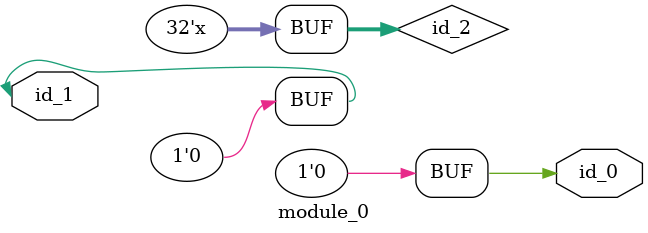
<source format=v>
`timescale 1ps / 1 ps
module module_0 (
    output id_0,
    input  id_1
);
  assign id_0 = id_1;
  assign id_0 = 1'b0;
  integer id_2 = id_2;
endmodule

</source>
